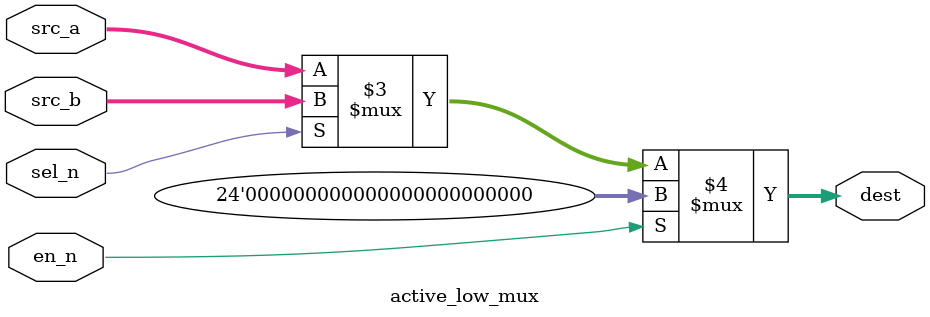
<source format=sv>
module active_low_mux(
    input [23:0] src_a, src_b,
    input sel_n, en_n,
    output [23:0] dest
);
    assign dest = (!en_n) ? ((!sel_n) ? src_a : src_b) : 24'h0;
endmodule
</source>
